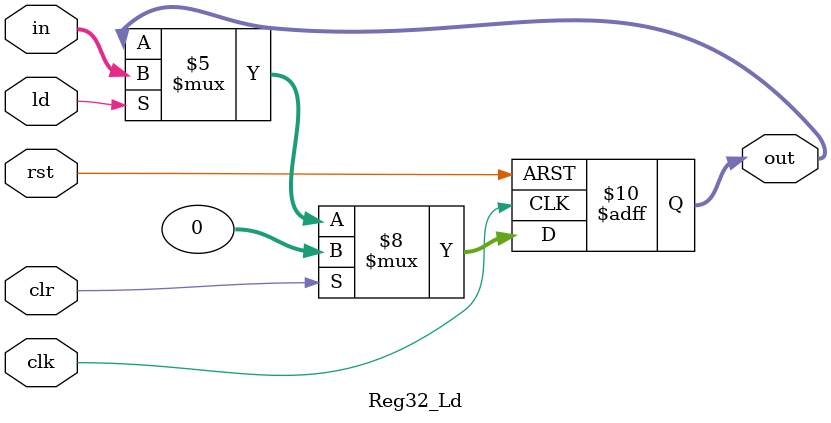
<source format=v>
module Reg32_Ld(clk, rst, clr, ld, in, out);
input clk, rst, ld, clr;
input [31:0] in;
output reg [31:0] out;

    always @(posedge clk , posedge rst) begin
        if(rst == 1'b1)
            out <= 32'b0;
        else if(clr == 1'b1)
            out <= 32'b0;
        else if(ld == 1'b1)
            out <= in;
    end
endmodule
</source>
